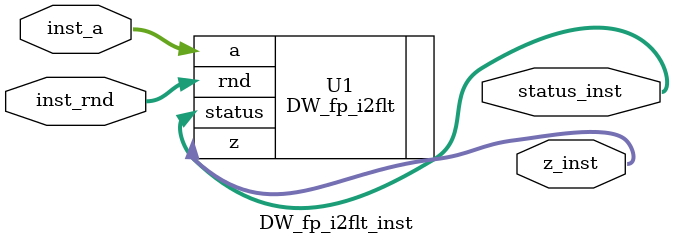
<source format=v>
module DW_fp_i2flt_inst( inst_a, inst_rnd, z_inst, status_inst );

parameter sig_width = 23;
parameter exp_width = 8;
parameter isize = 32;
parameter isign = 1;


input [isize-1 : 0] inst_a;
input [2 : 0] inst_rnd;
output [sig_width+exp_width : 0] z_inst;
output [7 : 0] status_inst;

    // Instance of DW_fp_i2flt
    DW_fp_i2flt #(sig_width, exp_width, isize, isign)
	  U1 ( .a(inst_a), .rnd(inst_rnd), .z(z_inst), .status(status_inst) );

endmodule

</source>
